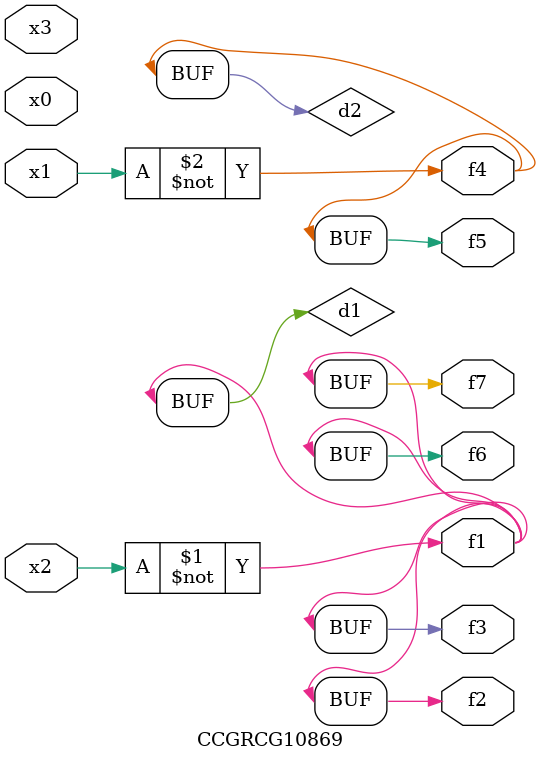
<source format=v>
module CCGRCG10869(
	input x0, x1, x2, x3,
	output f1, f2, f3, f4, f5, f6, f7
);

	wire d1, d2;

	xnor (d1, x2);
	not (d2, x1);
	assign f1 = d1;
	assign f2 = d1;
	assign f3 = d1;
	assign f4 = d2;
	assign f5 = d2;
	assign f6 = d1;
	assign f7 = d1;
endmodule

</source>
